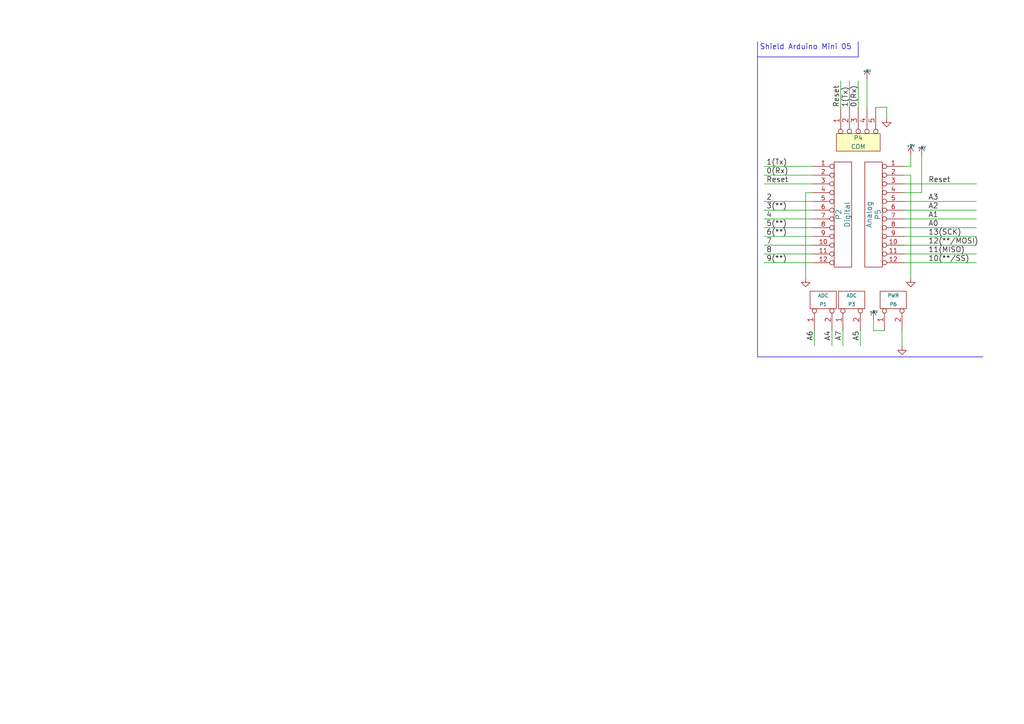
<source format=kicad_sch>
(kicad_sch (version 20230121) (generator eeschema)
  (paper "A4")
  (title_block (date "sam. 04 avril 2015"))
  (lib_symbols
    (symbol "Arduino_Mini-rescue:+5V" (power) (pin_names (offset 0))
      (property "Value" "+5V" (at 0 3.556 0))
      (symbol "+5V_0_1"
        (polyline (pts (xy -0.762 1.27) (xy 0 2.54)))
        (polyline (pts (xy 0 0) (xy 0 2.54)))
        (polyline (pts (xy 0 2.54) (xy 0.762 1.27)))
      )
      (symbol "+5V_1_1"
        (pin power_in line (at 0 0 90) (length 0) hide (name "+5V") (number "1"))
      )
    )
    (symbol "Arduino_Mini-rescue:+9V" (power) (pin_names (offset 0))
      (property "Value" "+9V" (at 0 3.556 0))
      (symbol "+9V_0_1"
        (polyline (pts (xy -0.762 1.27) (xy 0 2.54)))
        (polyline (pts (xy 0 0) (xy 0 2.54)))
        (polyline (pts (xy 0 2.54) (xy 0.762 1.27)))
      )
      (symbol "+9V_1_1"
        (pin power_in line (at 0 0 90) (length 0) hide (name "+9V") (number "1"))
      )
    )
    (symbol "Arduino_Mini-rescue:CONN_12" (pin_names (offset 1.016) hide)
      (property "Reference" "P" (at -1.27 0 90))
      (property "Value" "CONN_12" (at 1.27 0 90))
      (symbol "CONN_12_0_1"
        (rectangle (start -2.54 15.24) (end 2.54 -15.24))
      )
      (symbol "CONN_12_1_1"
        (pin passive inverted (at -8.89 13.97 0) (length 6.35) (name "P1") (number "1"))
        (pin passive inverted (at -8.89 -8.89 0) (length 6.35) (name "P10") (number "10"))
        (pin passive inverted (at -8.89 -11.43 0) (length 6.35) (name "P11") (number "11"))
        (pin passive inverted (at -8.89 -13.97 0) (length 6.35) (name "P12") (number "12"))
        (pin passive inverted (at -8.89 11.43 0) (length 6.35) (name "P2") (number "2"))
        (pin passive inverted (at -8.89 8.89 0) (length 6.35) (name "P3") (number "3"))
        (pin passive inverted (at -8.89 6.35 0) (length 6.35) (name "P4") (number "4"))
        (pin passive inverted (at -8.89 3.81 0) (length 6.35) (name "P5") (number "5"))
        (pin passive inverted (at -8.89 1.27 0) (length 6.35) (name "P6") (number "6"))
        (pin passive inverted (at -8.89 -1.27 0) (length 6.35) (name "P7") (number "7"))
        (pin passive inverted (at -8.89 -3.81 0) (length 6.35) (name "P8") (number "8"))
        (pin passive inverted (at -8.89 -6.35 0) (length 6.35) (name "P9") (number "9"))
      )
    )
    (symbol "Arduino_Mini-rescue:CONN_2" (pin_names (offset 1.016) hide)
      (property "Reference" "P" (at -1.27 0 90))
      (property "Value" "CONN_2" (at 1.27 0 90))
      (symbol "CONN_2_0_1"
        (rectangle (start -2.54 3.81) (end 2.54 -3.81))
      )
      (symbol "CONN_2_1_1"
        (pin passive inverted (at -8.89 2.54 0) (length 6.35) (name "P1") (number "1"))
        (pin passive inverted (at -8.89 -2.54 0) (length 6.35) (name "PM") (number "2"))
      )
    )
    (symbol "Arduino_Mini-rescue:CONN_5" (pin_names (offset 1.016))
      (property "Reference" "P" (at -1.27 0 90))
      (property "Value" "CONN_5" (at 1.27 0 90))
      (symbol "CONN_5_0_1"
        (rectangle (start -2.54 6.35) (end 2.54 -6.35) (fill (type background)))
      )
      (symbol "CONN_5_1_1"
        (pin passive inverted (at -10.16 5.08 0) (length 7.62) (name "~") (number "1"))
        (pin passive inverted (at -10.16 2.54 0) (length 7.62) (name "~") (number "2"))
        (pin passive inverted (at -10.16 0 0) (length 7.62) (name "~") (number "3"))
        (pin passive inverted (at -10.16 -2.54 0) (length 7.62) (name "~") (number "4"))
        (pin passive inverted (at -10.16 -5.08 0) (length 7.62) (name "~") (number "5"))
      )
    )
    (symbol "Arduino_Mini-rescue:GND" (power) (pin_names (offset 0))
      (property "Value" "GND" (at 0 -3.81 0))
      (symbol "GND_0_1"
        (polyline (pts (xy 0 0) (xy 0 -1.27) (xy 1.27 -1.27) (xy 0 -2.54) (xy -1.27 -1.27) (xy 0 -1.27)))
      )
      (symbol "GND_1_1"
        (pin power_in line (at 0 0 270) (length 0) hide (name "GND") (number "1"))
      )
    )
  )
  (wire (pts (xy 257.175 34.29) (xy 257.175 31.115)))
  (wire (pts (xy 267.335 45.085) (xy 267.335 55.88)))
  (wire (pts (xy 262.255 63.5) (xy 283.21 63.5)))
  (wire (pts (xy 253.365 92.71) (xy 253.365 95.885)))
  (wire (pts (xy 235.585 48.26) (xy 221.615 48.26)))
  (wire (pts (xy 262.255 76.2) (xy 283.21 76.2)))
  (wire (pts (xy 262.255 71.12) (xy 283.21 71.12)))
  (wire (pts (xy 233.68 55.88) (xy 233.68 80.645)))
  (wire (pts (xy 262.255 60.96) (xy 283.21 60.96)))
  (wire (pts (xy 235.585 60.96) (xy 221.615 60.96)))
  (wire (pts (xy 235.585 63.5) (xy 221.615 63.5)))
  (polyline (pts (xy 285.115 103.505) (xy 219.71 103.505)))
  (wire (pts (xy 241.3 95.885) (xy 241.3 100.33)))
  (wire (pts (xy 244.475 95.885) (xy 244.475 100.33)))
  (wire (pts (xy 253.365 95.885) (xy 256.54 95.885)))
  (wire (pts (xy 235.585 73.66) (xy 221.615 73.66)))
  (wire (pts (xy 235.585 58.42) (xy 221.615 58.42)))
  (wire (pts (xy 236.22 95.885) (xy 236.22 100.33)))
  (wire (pts (xy 262.255 66.04) (xy 283.21 66.04)))
  (wire (pts (xy 264.16 48.26) (xy 262.255 48.26)))
  (wire (pts (xy 257.175 31.115) (xy 254 31.115)))
  (wire (pts (xy 264.16 80.645) (xy 264.16 50.8)))
  (wire (pts (xy 248.92 31.115) (xy 248.92 23.495)))
  (wire (pts (xy 235.585 76.2) (xy 221.615 76.2)))
  (wire (pts (xy 235.585 55.88) (xy 233.68 55.88)))
  (wire (pts (xy 251.46 22.86) (xy 251.46 31.115)))
  (wire (pts (xy 235.585 66.04) (xy 221.615 66.04)))
  (polyline (pts (xy 248.92 16.51) (xy 248.92 12.065)))
  (wire (pts (xy 249.555 95.885) (xy 249.555 100.33)))
  (wire (pts (xy 235.585 68.58) (xy 221.615 68.58)))
  (wire (pts (xy 267.335 55.88) (xy 262.255 55.88)))
  (wire (pts (xy 264.16 45.085) (xy 264.16 48.26)))
  (wire (pts (xy 243.84 31.115) (xy 243.84 23.495)))
  (polyline (pts (xy 219.71 16.51) (xy 248.92 16.51)))
  (wire (pts (xy 264.16 50.8) (xy 262.255 50.8)))
  (wire (pts (xy 262.255 73.66) (xy 283.21 73.66)))
  (wire (pts (xy 261.62 95.885) (xy 261.62 100.33)))
  (polyline (pts (xy 219.71 103.505) (xy 219.71 12.065)))
  (wire (pts (xy 235.585 71.12) (xy 221.615 71.12)))
  (wire (pts (xy 235.585 53.34) (xy 221.615 53.34)))
  (wire (pts (xy 262.255 53.34) (xy 283.21 53.34)))
  (wire (pts (xy 262.255 58.42) (xy 283.21 58.42)))
  (wire (pts (xy 246.38 31.115) (xy 246.38 23.495)))
  (wire (pts (xy 262.255 68.58) (xy 283.21 68.58)))
  (wire (pts (xy 235.585 50.8) (xy 221.615 50.8)))
  (text "Shield Arduino Mini 05" (at 220.345 14.605 0) (effects (font (size 1.524 1.524)) (justify left bottom)))
  (label "12(**/MOSI)" (at 269.24 71.12 0) (effects (font (size 1.524 1.524))))
  (label "9(**)" (at 222.25 76.2 0) (effects (font (size 1.524 1.524))))
  (label "A2" (at 269.24 60.96 0) (effects (font (size 1.524 1.524))))
  (label "A7" (at 244.475 95.885 270) (effects (font (size 1.524 1.524))))
  (label "0(Rx)" (at 248.92 31.115 90) (effects (font (size 1.524 1.524))))
  (label "A6" (at 236.22 95.885 270) (effects (font (size 1.524 1.524))))
  (label "10(**/SS)" (at 269.24 76.2 0) (effects (font (size 1.524 1.524))))
  (label "13(SCK)" (at 269.24 68.58 0) (effects (font (size 1.524 1.524))))
  (label "Reset" (at 222.25 53.34 0) (effects (font (size 1.524 1.524))))
  (label "Reset" (at 269.24 53.34 0) (effects (font (size 1.524 1.524))))
  (label "2" (at 222.25 58.42 0) (effects (font (size 1.524 1.524))))
  (label "A4" (at 241.3 95.885 270) (effects (font (size 1.524 1.524))))
  (label "4" (at 222.25 63.5 0) (effects (font (size 1.524 1.524))))
  (label "8" (at 222.25 73.66 0) (effects (font (size 1.524 1.524))))
  (label "1(Tx)" (at 222.25 48.26 0) (effects (font (size 1.524 1.524))))
  (label "0(Rx)" (at 222.25 50.8 0) (effects (font (size 1.524 1.524))))
  (label "7" (at 222.25 71.12 0) (effects (font (size 1.524 1.524))))
  (label "A5" (at 249.555 95.885 270) (effects (font (size 1.524 1.524))))
  (label "11(MISO)" (at 269.24 73.66 0) (effects (font (size 1.524 1.524))))
  (label "1(Tx)" (at 246.38 31.115 90) (effects (font (size 1.524 1.524))))
  (label "5(**)" (at 222.25 66.04 0) (effects (font (size 1.524 1.524))))
  (label "Reset" (at 243.84 31.115 90) (effects (font (size 1.524 1.524))))
  (label "6(**)" (at 222.25 68.58 0) (effects (font (size 1.524 1.524))))
  (label "A1" (at 269.24 63.5 0) (effects (font (size 1.524 1.524))))
  (label "3(**)" (at 222.25 60.96 0) (effects (font (size 1.524 1.524))))
  (label "A3" (at 269.24 58.42 0) (effects (font (size 1.524 1.524))))
  (label "A0" (at 269.24 66.04 0) (effects (font (size 1.524 1.524))))
  (symbol (lib_id "Arduino_Mini-rescue:CONN_12") (at 244.475 62.23 0) (unit 1)
    (property "Reference" "P2" (at 243.205 62.23 90) (effects (font (size 1.524 1.524))))
    (property "Value" "Digital" (at 245.745 62.23 90) (effects (font (size 1.524 1.524))))
    (property "Footprint" "Socket_Arduino_Mini:Socket_Strip_Arduino_1x12" (effects hide))
  )
  (symbol (lib_id "Arduino_Mini-rescue:CONN_12") (at 253.365 62.23 0) (mirror y) (unit 1)
    (property "Reference" "P5" (at 254.635 62.23 90) (effects (font (size 1.524 1.524))))
    (property "Value" "Analog" (at 252.095 62.23 90) (effects (font (size 1.524 1.524))))
    (property "Footprint" "Socket_Arduino_Mini:Socket_Strip_Arduino_1x12" (effects hide))
  )
  (symbol (lib_id "Arduino_Mini-rescue:CONN_5") (at 248.92 41.275 90) (mirror x) (unit 1)
    (property "Reference" "P4" (at 248.92 40.005 90))
    (property "Value" "COM" (at 248.92 42.545 90))
    (property "Footprint" "Socket_Arduino_Mini:Socket_Strip_Arduino_1x05" (effects hide))
  )
  (symbol (lib_id "Arduino_Mini-rescue:CONN_2") (at 238.76 86.995 90) (unit 1)
    (property "Reference" "P1" (at 238.76 88.265 90) (effects (font (size 1.016 1.016))))
    (property "Value" "ADC" (at 238.76 85.725 90) (effects (font (size 1.016 1.016))))
    (property "Footprint" "Socket_Arduino_Mini:Socket_Strip_Arduino_1x02" (effects hide))
  )
  (symbol (lib_id "Arduino_Mini-rescue:CONN_2") (at 247.015 86.995 90) (unit 1)
    (property "Reference" "P3" (at 247.015 88.265 90) (effects (font (size 1.016 1.016))))
    (property "Value" "ADC" (at 247.015 85.725 90) (effects (font (size 1.016 1.016))))
    (property "Footprint" "Socket_Arduino_Mini:Socket_Strip_Arduino_1x02" (effects hide))
  )
  (symbol (lib_id "Arduino_Mini-rescue:CONN_2") (at 259.08 86.995 90) (unit 1)
    (property "Reference" "P6" (at 259.08 88.265 90) (effects (font (size 1.016 1.016))))
    (property "Value" "PWR" (at 259.08 85.725 90) (effects (font (size 1.016 1.016))))
    (property "Footprint" "Socket_Arduino_Mini:Socket_Strip_Arduino_1x02" (effects hide))
  )
  (symbol (lib_id "Arduino_Mini-rescue:GND") (at 233.68 80.645 0) (unit 1)
    (property "Reference" "#PWR01" (effects hide))
    (property "Value" "GND" (effects hide))
  )
  (symbol (lib_id "Arduino_Mini-rescue:GND") (at 264.16 80.645 0) (unit 1)
    (property "Reference" "#PWR02" (effects hide))
    (property "Value" "GND" (effects hide))
  )
  (symbol (lib_id "Arduino_Mini-rescue:GND") (at 257.175 34.29 0) (unit 1)
    (property "Reference" "#PWR03" (effects hide))
    (property "Value" "GND" (effects hide))
  )
  (symbol (lib_id "Arduino_Mini-rescue:GND") (at 261.62 100.33 0) (unit 1)
    (property "Reference" "#PWR04" (effects hide))
    (property "Value" "GND" (effects hide))
  )
  (symbol (lib_id "Arduino_Mini-rescue:+5V") (at 253.365 92.71 0) (unit 1)
    (property "Reference" "#PWR05" (effects hide))
    (property "Value" "+5V" (at 253.365 90.424 0) (effects (font (size 0.762 0.762))))
  )
  (symbol (lib_id "Arduino_Mini-rescue:+5V") (at 251.46 22.86 0) (unit 1)
    (property "Reference" "#PWR06" (effects hide))
    (property "Value" "+5V" (at 251.46 20.574 0) (effects (font (size 0.762 0.762))))
  )
  (symbol (lib_id "Arduino_Mini-rescue:+5V") (at 267.335 45.085 0) (unit 1)
    (property "Reference" "#PWR07" (effects hide))
    (property "Value" "+5V" (at 267.335 42.799 0) (effects (font (size 0.762 0.762))))
  )
  (symbol (lib_id "Arduino_Mini-rescue:+9V") (at 264.16 45.085 0) (unit 1)
    (property "Reference" "#PWR08" (effects hide))
    (property "Value" "+9V" (at 264.16 42.291 0) (effects (font (size 0.762 0.762))))
  )
)
</source>
